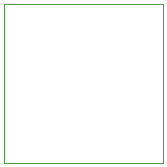
<source format=gbr>
G04 #@! TF.GenerationSoftware,KiCad,Pcbnew,(5.1.10)-1*
G04 #@! TF.CreationDate,2021-12-08T21:24:47+07:00*
G04 #@! TF.ProjectId,32u4mu to 32u4au,33327534-6d75-4207-946f-203332753461,rev?*
G04 #@! TF.SameCoordinates,Original*
G04 #@! TF.FileFunction,Other,User*
%FSLAX46Y46*%
G04 Gerber Fmt 4.6, Leading zero omitted, Abs format (unit mm)*
G04 Created by KiCad (PCBNEW (5.1.10)-1) date 2021-12-08 21:24:47*
%MOMM*%
%LPD*%
G01*
G04 APERTURE LIST*
%ADD10C,0.050000*%
G04 APERTURE END LIST*
D10*
X87756250Y-51243750D02*
X101156250Y-51243750D01*
X87756250Y-64643750D02*
X101156250Y-64643750D01*
X101156250Y-64643750D02*
X101156250Y-51243750D01*
X87756250Y-64643750D02*
X87756250Y-51243750D01*
M02*

</source>
